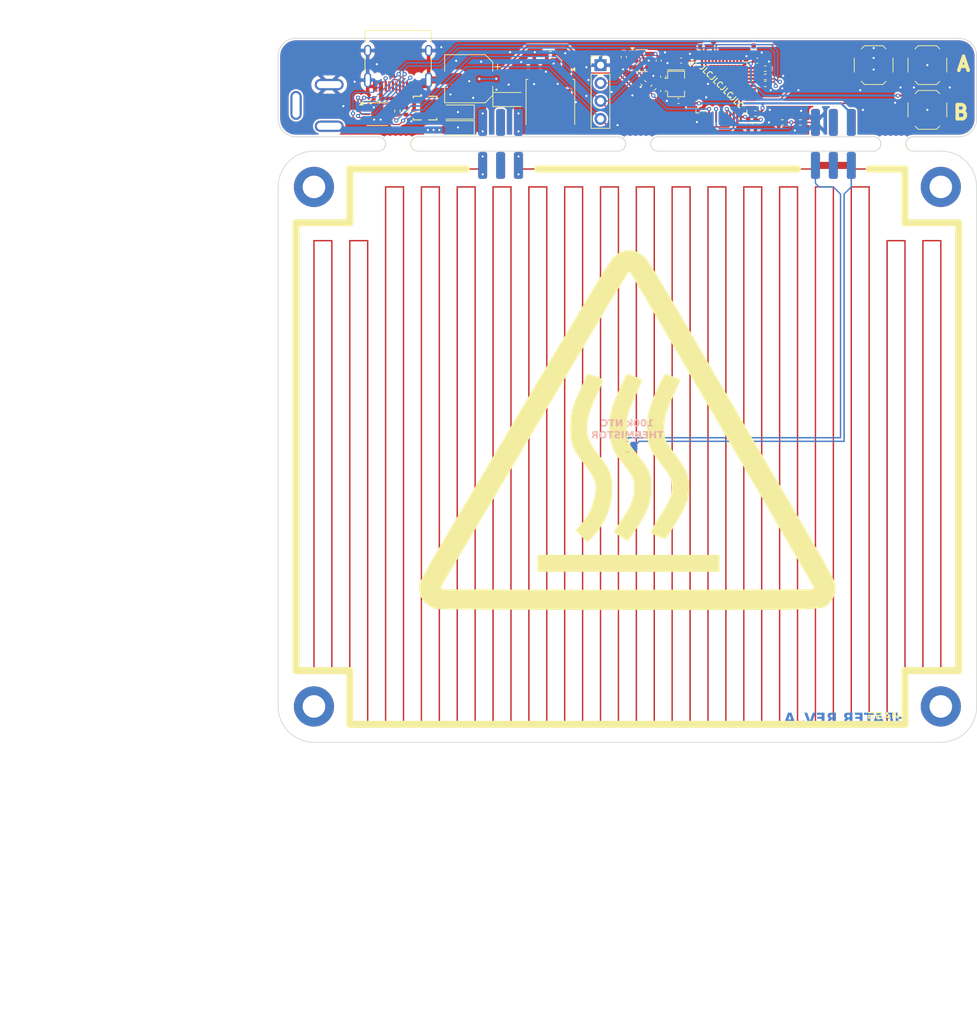
<source format=kicad_pcb>
(kicad_pcb (version 20240108) (generator "pcbnew") (generator_version "8.0")
  (layers (0 "F.Cu" signal) (31 "B.Cu" signal) (34 "B.Paste" user) (35 "F.Paste" user) (36 "B.SilkS" user "B.Silkscreen") (37 "F.SilkS" user "F.Silkscreen") (38 "B.Mask" user) (39 "F.Mask" user) (44 "Edge.Cuts" user))
  (net 0 "")
  (net 1 "+3V3")
  (net 2 "VCCMeasure")
  (net 3 "GND")
  (net 5 "Net-(U3-PA12)")
  (net 6 "Net-(U3-PA11)")
  (net 7 "Net-(J4-Pin_6)")
  (net 8 "Net-(J4-Pin_2)")
  (net 10 "Net-(J2-VBUS-PadA4)")
  (net 11 "Net-(U1-VIN)")
  (net 12 "USB_D+")
  (net 13 "Net-(U3-PB2)")
  (net 14 "USB_D-")
  (net 15 "Net-(U3-NRST)")
  (net 16 "Heater_CTRL")
  (net 18 "BOOT0")
  (net 19 "NTC_Measure")
  (net 20 "VBUS")
  (net 22 "SDA1")
  (net 23 "SCL1")
  (net 24 "Net-(J2-CC2)")
  (net 26 "Net-(J2-CC1)")
  (net 28 "Net-(D2-A)")
  (net 32 "/Heater")
  (net 33 "Net-(D1-A)")
  (net 36 "SWDIO")
  (net 39 "SWCLK")
  (net 41 "Net-(U3-PD0)")
  (net 43 "Net-(U3-PD1)")
  (net 58 "WKUP")
  (net 61 "Net-(MOSFET1-G)")
  (net 62 "Net-(U1-GATE)")
  (net 63 "Net-(D3-A)")
  (net 65 "BTN_B")
  (net 66 "BTN_A")
  (net 67 "HeaterMeasure")
  (net 68 "/HeatMon")
  (footprint "Resistor_SMD:R_0402_1005Metric" (layer "F.Cu") (at 157.607 37.084 90)
    (property "Reference" "R6" (hide yes))
    (property "Value" "10k")
  )
  (footprint "Diode_SMD:D_SOD-123" (layer "F.Cu") (at 115.6208 48.26 180)
    (property "Reference" "D1" (hide yes))
    (property "Value" "SS34")
  )
  (footprint "Resistor_SMD:R_0402_1005Metric" (layer "F.Cu") (at 159.256315 41.043281)
    (property "Reference" "R10" (hide yes))
    (property "Value" "22")
  )
  (footprint "Resistor_SMD:R_0402_1005Metric" (layer "F.Cu") (at 159.258 39.878 180)
    (property "Reference" "R11" (hide yes))
    (property "Value" "R")
  )
  (footprint "Resistor_SMD:R_0402_1005Metric" (layer "F.Cu") (at 164.211 47.498 180)
    (property "Reference" "R14" (hide yes))
    (property "Value" "100k")
  )
  (footprint "Package_TO_SOT_SMD:SOT-23-5" (layer "F.Cu") (at 141.732 38.735)
    (property "Reference" "U2" (hide yes))
    (property "Value" "TLV73333PDBV")
  )
  (footprint "Button_Switch_SMD:SW_Push_1P1T_XKB_TS-1187A" (layer "F.Cu") (at 182.245 39.37 180)
    (property "Reference" "SW3" (hide yes))
    (property "Value" "SW_Push" (hide yes))
  )
  (footprint "Connector_PinHeader_2.54mm:PinHeader_1x04_P2.54mm_Vertical" (layer "F.Cu") (at 135.89 39.38)
    (property "Reference" "J7" (hide yes))
    (property "Value" "Conn_01x04_Pin")
  )
  (footprint "Resistor_SMD:R_0402_1005Metric" (layer "F.Cu") (at 157.861 47.625 90)
    (property "Reference" "R5" (hide yes))
    (property "Value" "10k")
  )
  (footprint "footprints:DFN8_3x3_EP_AOS" (layer "F.Cu") (at 110.998 45.466)
    (property "Reference" "MOSFET1" (hide yes))
    (property "Value" "AONR21307" (hide yes))
  )
  (footprint "MountingHole:MountingHole_3.2mm_M3_ISO7380_Pad" (layer "F.Cu") (at 95.25 130.302)
    (property "Reference" "REF**" (hide yes))
    (property "Value" "MountingHole_3.2mm_M3_ISO7380_Pad" (hide yes))
  )
  (footprint "Resistor_SMD:R_0402_1005Metric" (layer "F.Cu") (at 159.258 42.037)
    (property "Reference" "R9" (hide yes))
    (property "Value" "22")
  )
  (footprint "Diode_SMD:D_SOD-123" (layer "F.Cu") (at 115.6208 46.0248 180)
    (property "Reference" "D2" (hide yes))
    (property "Value" "SS34")
  )
  (footprint "Edge_Connector:02x03" (layer "F.Cu") (at 121.7168 53.594)
    (property "Reference" "J3" (hide yes))
    (property "Value" "Conn_02x03_Odd_Even" (hide yes))
  )
  (footprint "Capacitor_SMD:CP_Elec_6.3x7.7" (layer "F.Cu") (at 117.1956 41.3004 180)
    (property "Reference" "C4" (hide yes))
    (property "Value" "220u")
  )
  (footprint "MountingHole:MountingHole_3.2mm_M3_ISO7380_Pad" (layer "F.Cu") (at 95.25 56.642)
    (property "Reference" "REF**" (hide yes))
    (property "Value" "MountingHole_3.2mm_M3_ISO7380_Pad" (hide yes))
  )
  (footprint "Resistor_SMD:R_0402_1005Metric" (layer "F.Cu") (at 128.778 37.8206 180)
    (property "Reference" "R4" (hide yes))
    (property "Value" "100k")
  )
  (footprint "MountingHole:MountingHole_3.2mm_M3_ISO7380_Pad" (layer "F.Cu") (at 184.15 56.642)
    (property "Reference" "REF**" (hide yes))
    (property "Value" "MountingHole_3.2mm_M3_ISO7380_Pad" (hide yes))
  )
  (footprint "Package_QFP:LQFP-48_7x7mm_P0.5mm" (layer "F.Cu") (at 153.035 42.545)
    (property "Reference" "U3" (hide yes))
    (property "Value" "STM32F103CBTx")
  )
  (footprint "Resistor_SMD:R_0402_1005Metric" (layer "F.Cu") (at 161.671 47.498 180)
    (property "Reference" "R15" (hide yes))
    (property "Value" "11k")
  )
  (footprint "Resistor_SMD:R_0402_1005Metric" (layer "F.Cu") (at 108.3056 45.8724 -90)
    (property "Reference" "R2" (hide yes))
    (property "Value" "100k")
  )
  (footprint "Resistor_SMD:R_0402_1005Metric" (layer "F.Cu") (at 107.0864 45.8724 -90)
    (property "Reference" "R1" (hide yes))
    (property "Value" "10k")
  )
  (footprint "Package_TO_SOT_SMD:TO-252-2" (layer "F.Cu") (at 128.778 44.704 -90)
    (property "Reference" "Q2" (hide yes))
    (property "Value" "Q_NMOS_GDS" (hide yes))
  )
  (footprint "Package_DFN_QFN:DFN-10-1EP_3x3mm_P0.5mm_EP1.7x2.5mm" (layer "F.Cu") (at 104.2416 46.3296)
    (property "Reference" "U1" (hide yes))
    (property "Value" "HUSB238")
  )
  (footprint "Panelization:mouse-bite-2mm-slot" (layer "F.Cu") (at 177.419 50.546)
    (property "Reference" "mouse-bite-2mm-slot" (hide yes))
    (property "Value" "VAL**" (hide yes))
  )
  (footprint "Crystal:Resonator_SMD_Murata_CSTxExxV-3Pin_3.0x1.1mm" (layer "F.Cu") (at 146.6088 42.045086 -90)
    (property "Reference" "Y1" (hide yes))
    (property "Value" "8M")
  )
  (footprint "Diode_SMD:D_SOD-123" (layer "F.Cu") (at 122.9868 44.2468)
    (property "Reference" "D3" (hide yes))
    (property "Value" "D_Zener" (hide yes))
  )
  (footprint "Resistor_SMD:R_0402_1005Metric" (layer "F.Cu") (at 104.2416 44.0944 180)
    (property "Reference" "R3" (hide yes))
    (property "Value" "10r")
  )
  (footprint "Capacitor_SMD:C_0402_1005Metric" (layer "F.Cu") (at 139.192 38.227 -90)
    (property "Reference" "C1" (hide yes))
    (property "Value" "1u")
  )
  (footprint "Button_Switch_SMD:SW_Push_1P1T_XKB_TS-1187A" (layer "F.Cu") (at 182.245 45.72)
    (property "Reference" "SW4" (hide yes))
    (property "Value" "SW_Push" (hide yes))
  )
  (footprint "Capacitor_SMD:C_0402_1005Metric" (layer "F.Cu") (at 146.939 44.45 180)
    (property "Reference" "C7" (hide yes))
    (property "Value" "100n")
  )
  (footprint "EEAN_Customs:EEAN Logo 1.0" (layer "F.Cu") (at 176.022 131.572)
    (property "Reference" "G***" (hide yes))
    (property "Value" "LOGO" (hide yes))
  )
  (footprint "Resistor_SMD:R_0402_1005Metric" (layer "F.Cu") (at 141.986 41.91 -45)
    (property "Reference" "R12" (hide yes))
    (property "Value" "100k")
  )
  (footprint "footprints:DC Barrel" (layer "F.Cu") (at 97.41 45.085 180)
    (property "Reference" "J1" (hide yes))
    (property "Value" "Barrel_Jack_MountingPin" (hide yes))
  )
  (footprint "Edge_Connector:02x03" (layer "F.Cu") (at 168.91 53.594)
    (property "Reference" "J4" (hide yes))
    (property "Value" "Conn_02x03_Odd_Even" (hide yes))
  )
  (footprint "Resistor_SMD:R_0402_1005Metric" (layer "F.Cu") (at 143.383 42.545 45)
    (property "Reference" "R13" (hide yes))
    (property "Value" "11k")
  )
  (footprint "footprints:Warning Hot" (layer "F.Cu") (at 139.7 90.932)
    (property "Reference" "G***" (hide yes))
    (property "Value" "LOGO" (hide yes))
  )
  (footprint "Panelization:mouse-bite-2mm-slot" (layer "F.Cu") (at 141.224 50.546)
    (property "Reference" "mouse-bite-2mm-slot" (hide yes))
    (property "Value" "VAL**" (hide yes))
  )
  (footprint "Button_Switch_SMD:SW_Push_1P1T_XKB_TS-1187A" (layer "F.Cu") (at 174.625 39.37)
    (property "Reference" "SW2" (hide yes))
    (property "Value" "SW_Push" (hide yes))
  )
  (footprint "Capacitor_SMD:C_0402_1005Metric" (layer "F.Cu") (at 144.78 43.053 -90)
    (property "Reference" "C6" (hide yes))
    (property "Value" "10p")
  )
  (footprint "Edge_Connector:02x03" (layer "F.Cu") (at 168.91 47.498 180)
    (property "Reference" "J6" (hide yes))
    (property "Value" "Conn_02x03_Odd_Even" (hide yes))
  )
  (footprint "Capacitor_SMD:C_0402_1005Metric" (layer "F.Cu") (at 150.495 36.83)
    (property "Reference" "C11" (hide yes))
    (property "Value" "100n")
  )
  (footprint "MountingHole:MountingHole_3.2mm_M3_ISO7380_Pad" (layer "F.Cu") (at 184.15 130.302)
    (property "Reference" "REF**" (hide yes))
    (property "Value" "MountingHole_3.2mm_M3_ISO7380_Pad" (hide yes))
  )
  (footprint "Panelization:mouse-bite-2mm-slot" (layer "F.Cu") (at 107.188 50.546)
    (property "Reference" "mouse-bite-2mm-slot" (hide yes))
    (property "Value" "VAL**" (hide yes))
  )
  (footprint "Edge_Connector:02x03" (layer "F.Cu") (at 121.7168 47.498 180)
    (property "Reference" "J5" (hide yes))
    (property "Value" "Conn_02x03_Odd_Even" (hide yes))
  )
  (footprint "Resistor_SMD:R_0402_1005Metric" (layer "F.Cu") (at 157.861 46.228)
    (property "Reference" "R7" (hide yes))
    (property "Value" "100k")
  )
  (footprint "Capacitor_SMD:C_0402_1005Metric" (layer "F.Cu") (at 144.145 38.735 -90)
    (property "Reference" "C2" (hide yes))
    (property "Value" "1u")
  )
  (footprint "Capacitor_SMD:C_0402_1005Metric" (layer "F.Cu") (at 144.78 41.021 90)
    (property "Reference" "C5" (hide yes))
    (property "Value" "10p")
  )
  (footprint "Capacitor_SMD:C_0402_1005Metric" (layer "F.Cu") (at 156.845 47.625 -90)
    (property "Reference" "C8" (hide yes))
    (property "Value" "100n")
  )
  (footprint "Capacitor_SMD:C_0402_1005Metric" (layer "F.Cu") (at 147.32 38.735 180)
    (property "Reference" "C10" (hide yes))
    (property "Value" "100n")
  )
  (footprint "Capacitor_SMD:C_0402_1005Metric" (layer "F.Cu") (at 158.115 38.735)
    (property "Reference" "C9" (hide yes))
    (property "Value" "100n")
  )
  (footprint "Connector_USB:USB_C_Receptacle_HRO_TYPE-C-31-M-12" (layer "F.Cu") (at 107.188 38.354 180)
    (property "Reference" "J2" (hide yes))
    (property "Value" "31-M-12")
  )
  (footprint "Resistor_SMD:R_0805_2012Metric" (layer "B.Cu") (at 139.7 93.472 180)
    (property "Reference" "TH1" (hide yes))
    (property "Value" "Thermistor_NTC")
  )
  (gr_poly (pts (xy 113.9708 46.5232) (xy 112.141 46.5836) (xy 112.141 44.3484) (xy 113.9444 44.3484)) (stroke (width 0.2)) (fill solid) (layer "F.Cu") (net 28))
  (gr_rect (start 117.2464 45.5168) (end 119.2784 48.768) (stroke (width 0.2)) (fill solid) (layer "F.Cu") (net 20))
  (gr_rect (start 123.698 43.7388) (end 128.1684 49.0728) (stroke (width 0.2)) (fill solid) (layer "F.Cu") (net 63))
  (gr_line (start 179.07 125.222) (end 186.69 125.222) (stroke (width 1)) (layer "F.SilkS"))
  (gr_line (start 100.33 54.102) (end 100.33 61.722) (stroke (width 1)) (layer "F.SilkS"))
  (gr_line (start 116.84 54.102) (end 100.33 54.102) (stroke (width 1)) (layer "F.SilkS"))
  (gr_line (start 186.69 61.722) (end 179.07 61.722) (stroke (width 1)) (layer "F.SilkS"))
  (gr_line (start 100.33 125.222) (end 100.33 132.842) (stroke (width 1)) (layer "F.SilkS"))
  (gr_line (start 179.07 54.102) (end 173.99 54.102) (stroke (width 1)) (layer "F.SilkS"))
  (gr_line (start 100.33 132.842) (end 179.07 132.842) (stroke (width 1)) (layer "F.SilkS"))
  (gr_line (start 92.71 125.222) (end 92.71 61.722) (stroke (width 1)) (layer "F.SilkS"))
  (gr_line (start 186.69 61.722) (end 186.69 125.222) (stroke (width 1)) (layer "F.SilkS"))
  (gr_line (start 179.07 132.842) (end 179.07 125.222) (stroke (width 1)) (layer "F.SilkS"))
  (gr_line (start 100.33 61.722) (end 92.71 61.722) (stroke (width 1)) (layer "F.SilkS"))
  (gr_line (start 179.07 61.722) (end 179.07 54.102) (stroke (width 1)) (layer "F.SilkS"))
  (gr_line (start 163.83 54.102) (end 127 54.102) (stroke (width 1)) (layer "F.SilkS"))
  (gr_line (start 92.71 125.222) (end 100.33 125.222) (stroke (width 1)) (layer "F.SilkS"))
  (gr_arc (start 104.394 49.53) (mid 105.41 50.546) (end 104.394 51.562) (stroke (width 0.1)) (layer "Edge.Cuts"))
  (gr_line (start 189.23 130.302) (end 189.23 56.642) (stroke (width 0.1)) (layer "Edge.Cuts"))
  (gr_arc (start 186.69 35.56) (mid 188.486051 36.303949) (end 189.23 38.1) (stroke (width 0.1)) (layer "Edge.Cuts"))
  (gr_line (start 109.982 49.53) (end 138.43 49.53) (stroke (width 0.1)) (layer "Edge.Cuts"))
  (gr_arc (start 174.625 49.53) (mid 175.641 50.546) (end 174.625 51.562) (stroke (width 0.1)) (layer "Edge.Cuts"))
  (gr_line (start 174.625 51.562) (end 144.018 51.562) (stroke (width 0.1)) (layer "Edge.Cuts"))
  (gr_line (start 144.018 49.53) (end 174.625 49.53) (stroke (width 0.1)) (layer "Edge.Cuts"))
  (gr_arc (start 95.25 135.382) (mid 91.657898 133.894102) (end 90.17 130.302) (stroke (width 0.1)) (layer "Edge.Cuts"))
  (gr_line (start 95.25 135.382) (end 184.15 135.382) (stroke (width 0.1)) (layer "Edge.Cuts"))
  (gr_arc (start 144.018 51.562) (mid 143.002 50.546) (end 144.018 49.53) (stroke (width 0.1)) (layer "Edge.Cuts"))
  (gr_line (start 184.15 51.562) (end 180.213 51.562) (stroke (width 0.1)) (layer "Edge.Cuts"))
  (gr_arc (start 90.17 38.1) (mid 90.913949 36.303949) (end 92.71 35.56) (stroke (width 0.1)) (layer "Edge.Cuts"))
  (gr_line (start 92.71 35.56) (end 186.69 35.56) (stroke (width 0.1)) (layer "Edge.Cuts"))
  (gr_arc (start 189.23 46.99) (mid 188.486051 48.786051) (end 186.69 49.53) (stroke (width 0.1)) (layer "Edge.Cuts"))
  (gr_arc (start 180.213 51.562) (mid 179.197 50.546) (end 180.213 49.53) (stroke (width 0.1)) (layer "Edge.Cuts"))
  (gr_line (start 104.394 49.53) (end 92.71 49.53) (stroke (width 0.1)) (layer "Edge.Cuts"))
  (gr_line (start 138.43 51.562) (end 109.982 51.562) (stroke (width 0.1)) (layer "Edge.Cuts"))
  (gr_line (start 90.17 56.642) (end 90.17 130.302) (stroke (width 0.1)) (layer "Edge.Cuts"))
  (gr_arc (start 90.17 56.642) (mid 91.657898 53.049898) (end 95.25 51.562) (stroke (width 0.1)) (layer "Edge.Cuts"))
  (gr_line (start 180.213 49.53) (end 186.69 49.53) (stroke (width 0.1)) (layer "Edge.Cuts"))
  (gr_arc (start 184.15 51.562) (mid 187.742102 53.049898) (end 189.23 56.642) (stroke (width 0.1)) (layer "Edge.Cuts"))
  (gr_arc (start 109.982 51.562) (mid 108.966 50.546) (end 109.982 49.53) (stroke (width 0.1)) (layer "Edge.Cuts"))
  (gr_arc (start 92.71 49.53) (mid 90.913949 48.786051) (end 90.17 46.99) (stroke (width 0.1)) (layer "Edge.Cuts"))
  (gr_line (start 90.17 46.99) (end 90.17 38.1) (stroke (width 0.1)) (layer "Edge.Cuts"))
  (gr_arc (start 138.43 49.53) (mid 139.446 50.546) (end 138.43 51.562) (stroke (width 0.1)) (layer "Edge.Cuts"))
  (gr_line (start 189.23 38.1) (end 189.23 46.99) (stroke (width 0.1)) (layer "Edge.Cuts"))
  (gr_line (start 95.25 51.562) (end 104.394 51.562) (stroke (width 0.1)) (layer "Edge.Cuts"))
  (gr_arc (start 189.23 130.302) (mid 187.742102 133.894102) (end 184.15 135.382) (stroke (width 0.1)) (layer "Edge.Cuts"))
  (gr_text "HEATER REV. A" (at 179.324 132.969 0) (layer "B.Cu") (effects (font (size 1.5 1.5) (thickness 0.3) (bold yes)) (justify left bottom mirror)))
  (gr_text "100k NTC\nTHERMISTOR" (at 139.7 92.456 0) (layer "B.SilkS") (effects (font (size 1 1)) (justify bottom mirror)))
  (gr_text "JLCJLCJLCJLC" (at 149.733 39.751 -45) (layer "F.SilkS") (effects (font (size 0.8 0.8)) (justify left bottom)))
  (gr_text "B" (at 185.674 47.244 0) (layer "F.SilkS") (effects (font (size 2 2) (thickness 0.5) (bold yes)) (justify left bottom)))
  (gr_text "A" (at 186.182 40.386 0) (layer "F.SilkS") (effects (font (size 2 2) (thickness 0.5) (bold yes)) (justify left bottom)))
  (segment (start 157.1975 39.795) (end 158.665 39.795) (width 0.3) (layer "F.Cu") (net 1))
  (segment (start 148.8725 39.0875) (end 148.8725 39.795) (width 0.3) (layer "F.Cu") (net 1))
  (segment (start 179.245 41.245) (end 179.245 43.845) (width 0.25) (layer "F.Cu") (net 1))
  (segment (start 147.447 44.45) (end 147.419 44.45) (width 0.2) (layer "F.Cu") (net 1))
  (segment (start 150.285 37.1) (end 150.285 38.3825) (width 0.3) (layer "F.Cu") (net 1))
  (segment (start 150.285 43.15241) (end 149.64241 43.795) (width 0.3) (layer "F.Cu") (net 1))
  (segment (start 156.845 46.9255) (end 157.351 46.4195) (width 0.3) (layer "F.Cu") (net 1))
  (segment (start 150.285 39.7764) (end 150.285 43.15241) (width 0.3) (layer "F.Cu") (net 1))
  (segment (start 142.8695 37.785) (end 143.675 37.785) (width 0.25) (layer "F.Cu") (net 1))
  (segment (start 144.25 38.15) (end 147.215 38.15) (width 0.25) (layer "F.Cu") (net 1))
  (segment (start 156.845 47.145) (end 156.845 46.9255) (width 0.3) (layer "F.Cu") (net 1))
  (segment (start 178.054 43.688) (end 179.088 43.688) (width 0.3) (layer "F.Cu") (net 1))
  (segment (start 157.351 46.4195) (end 157.351 46.228) (width 0.3) (layer "F.Cu") (net 1))
  (segment (start 179.088 43.688) (end 179.245 43.845) (width 0.3) (layer "F.Cu") (net 1))
  (segment (start 149.64241 43.795) (end 148.8725 43.795) (width 0.3) (layer "F.Cu") (net 1))
  (segment (start 156.4075 46.7075) (end 156.845 47.145) (width 0.3) (layer "F.Cu") (net 1))
  (segment (start 147.8 38.735) (end 148.52 38.735) (width 0.3) (layer "F.Cu") (net 1))
  (segment (start 148.102 43.795) (end 147.447 44.45) (width 0.2) (layer "F.Cu") (net 1))
  (segment (start 150.2664 39.795) (end 150.285 39.7764) (width 0.3) (layer "F.Cu") (net 1))
  (segment (start 150.285 38.3825) (end 149.5775 38.3825) (width 0.3) (layer "F.Cu") (net 1))
  (segment (start 148.8948 39.0652) (end 148.8725 39.0875) (width 0.3) (layer "F.Cu") (net 1))
  (segment (start 157.1975 39.795) (end 157.1975 39.1725) (width 0.3) (layer "F.Cu") (net 1))
  (segment (start 154.65841 43.15241) (end 150.285 43.15241) (width 0.3) (layer "F.Cu") (net 1))
  (segment (start 157.607 38.707) (end 157.635 38.735) (width 0.2) (layer "F.Cu") (net 1))
  (segment (start 157.607 37.594) (end 157.607 38.707) (width 0.2) (layer "F.Cu") (net 1))
  (segment (start 148.8725 39.795) (end 150.2664 39.795) (width 0.3) (layer "F.Cu") (net 1))
  (segment (start 148.8725 43.795) (end 148.102 43.795) (width 0.2) (layer "F.Cu") (net 1))
  (segment (start 155.785 44.279) (end 154.65841 43.15241) (width 0.3) (layer "F.Cu") (net 1))
  (segment (start 147.215 38.15) (end 147.8 38.735) (width 0.25) (layer "F.Cu") (net 1))
  (segment (start 155.785 46.7075) (end 155.785 44.279) (width 0.3) (layer "F.Cu") (net 1))
  (segment (start 158.665 39.795) (end 158.748 39.878) (width 0.3) (layer "F.Cu") (net 1))
  (segment (start 185.245 43.845) (end 179.245 43.845) (width 0.25) (layer "F.Cu") (net 1))
  (segment (start 149.5775 38.3825) (end 148.8948 39.0652) (width 0.3) (layer "F.Cu") (net 1))
  (segment (start 150.285 38.3825) (end 150.285 39.7764) (width 0.3) (layer "F.Cu") (net 1))
  (segment (start 148.52 38.735) (end 148.8725 39.0875) (width 0.3) (layer "F.Cu") (net 1))
  (segment (start 150.015 36.83) (end 150.285 37.1) (width 0.3) (layer "F.Cu") (net 1))
  (segment (start 179.245 41.245) (end 185.245 41.245) (width 0.25) (layer "F.Cu") (net 1))
  (segment (start 157.1975 39.1725) (end 157.635 38.735) (width 0.3) (layer "F.Cu") (net 1))
  (segment (start 155.785 46.7075) (end 156.4075 46.7075) (width 0.3) (layer "F.Cu") (net 1))
  (segment (start 144.145 38.255) (end 144.25 38.15) (width 0.25) (layer "F.Cu") (net 1))
  (segment (start 143.675 37.785) (end 144.145 38.255) (width 0.25) (layer "F.Cu") (net 1))
  (via (at 178.054 43.688) (size 0.6) (drill 0.3) (layers "F.Cu" "B.Cu") (net 1))
  (via (at 143.675 37.785) (size 0.6) (drill 0.3) (layers "F.Cu" "B.Cu") (net 1))
  (via (at 157.1975 39.1725) (size 0.6) (drill 0.3) (layers "F.Cu" "B.Cu") (net 1))
  (via (at 148.8948 39.0652) (size 0.6) (drill 0.3) (layers "F.Cu" "B.Cu") (net 1))
  (via (at 156.4075 46.7075) (size 0.6) (drill 0.3) (layers "F.Cu" "B.Cu") (net 1))
  (segment (start 178.054 43.688) (end 159.131 43.688) (width 0.3) (layer "B.Cu") (net 1))
  (segment (start 138.1914 41.92) (end 142.3264 37.785) (width 0.15) (layer "B.Cu") (net 1))
  (segment (start 157.0902 39.0652) (end 157.1975 39.1725) (width 0.3) (layer "B.Cu") (net 1))
  (segment (start 142.3264 37.785) (end 143.675 37.785) (width 0.15) (layer "B.Cu") (net 1))
  (segment (start 157.1975 41.7545) (end 157.1975 39.1725) (width 0.3) (layer "B.Cu") (net 1))
  (segment (start 135.89 41.92) (end 138.1914 41.92) (width 0.15) (layer "B.Cu") (net 1))
  (segment (start 148.8948 39.0652) (end 157.0902 39.0652) (width 0.3) (layer "B.Cu") (net 1))
  (segment (start 159.131 43.688) (end 157.1975 41.7545) (width 0.3) (layer "B.Cu") (net 1))
  (segment (start 143.022376 42.905624) (end 143.022376 43.327376) (width 0.2) (layer "F.Cu") (net 2))
  (segment (start 142.387376 42.270624) (end 143.022376 42.905624) (width 0.2) (layer "F.Cu") (net 2))
  (segment (start 143.022376 43.327376) (end 143.383 43.688) (width 0.2) (layer "F.Cu") (net 2))
  (segment (start 151.284728 45.593) (end 151.285 45.593272) (width 0.2) (layer "F.Cu") (net 2))
  (segment (start 142.346624 42.270624) (end 142.387376 42.270624) (width 0.2) (layer "F.Cu") (net 2))
  (segment (start 151.285 45.593272) (end 151.285 46.7075) (width 0.2) (layer "F.Cu") (net 2))
  (via (at 143.383 43.688) (size 0.6) (drill 0.3) (layers "F.Cu" "B.Cu") (net 2))
  (via (at 151.284728 45.593) (size 0.6) (drill 0.3) (layers "F.Cu" "B.Cu") (net 2))
  (segment (start 145.288 45.593) (end 151.284728 45.593) (width 0.2) (layer "B.Cu") (net 2))
  (segment (start 143.383 43.688) (end 145.288 45.593) (width 0.2) (layer "B.Cu") (net 2))
  (segment (start 144.78 42.573) (end 144.752 42.573) (width 0.35) (layer "F.Cu") (net 3))
  (segment (start 144.788086 42.045086) (end 144.78 42.037) (width 0.35) (layer "F.Cu") (net 3))
  (segment (start 144.78 41.501) (end 144.625 41.501) (width 0.35) (layer "F.Cu") (net 3))
  (segment (start 148.8725 43.295) (end 148.04367 43.295) (width 0.15) (layer "F.Cu") (net 3))
  (segment (start 155.285 44.922) (end 155.285 46.7075) (width 0.25) (layer "F.Cu") (net 3))
  (segment (start 157.1975 40.295) (end 155.865 40.295) (width 0.3) (layer "F.Cu") (net 3))
  (segment (start 143.743624 42.184376) (end 143.891 42.037) (width 0.35) (layer "F.Cu") (net 3))
  (segment (start 144.625 41.501) (end 143.891 40.767) (width 0.35) (layer "F.Cu") (net 3))
  (segment (start 111.508 41.484) (end 114.312 41.484) (width 1) (layer "F.Cu") (net 3))
  (segment (start 148.04367 43.295) (end 147.52367 43.815) (width 0.15) (layer "F.Cu") (net 3))
  (segment (start 114.312 41.484) (end 114.4956 41.3004) (width 1) (layer "F.Cu") (net 3))
  (segment (start 147.52367 43.815) (end 147.094 43.815) (width 0.15) (layer "F.Cu") (net 3))
  (segment (start 144.78 42.037) (end 144.78 41.501) (width 0.35) (layer "F.Cu") (net 3))
  (segment (start 111.508 42.1112) (end 111.508 41.484) (width 0.5) (layer "F.Cu") (net 3))
  (segment (start 150.785 38.3825) (end 150.785 37.02) (width 0.3) (layer "F.Cu") (net 3))
  (segment (start 144.78 42.573) (end 144.78 42.037) (width 0.35) (layer "F.Cu") (net 3))
  (segment (start 155.801 48.105) (end 156.845 48.105) (width 0.25) (layer "F.Cu") (net 3))
  (segment (start 146.6088 42.045086) (end 144.788086 42.045086) (width 0.35) (layer "F.Cu") (net 3))
  (segment (start 154.305 43.942) (end 155.285 44.922) (width 0.25) (layer "F.Cu") (net 3))
  (segment (start 155.285 47.589) (end 155.801 48.105) (width 0.25) (layer "F.Cu") (net 3))
  (segment (start 147.094 43.815) (end 146.459 44.45) (width 0.15) (layer "F.Cu") (net 3))
  (segment (start 150.785 37.02) (end 150.975 36.83) (width 0.3) (layer "F.Cu") (net 3))
  (segment (start 143.743624 42.184376) (end 143.743624 43.032624) (width 0.35) (layer "F.Cu") (net 3))
  (segment (start 111.2202 42.399) (end 111.508 42.1112) (width 0.5) (layer "F.Cu") (net 3))
  (segment (start 155.285 46.7075) (end 155.285 47.589) (width 0.25) (layer "F.Cu") (net 3))
  (segment (start 144.752 42.573) (end 144.018 43.307) (width 0.35) (layer "F.Cu") (net 3))
  (segment (start 110.438 42.399) (end 111.2202 42.399) (width 0.5) (layer "F.Cu") (net 3))
  (segment (start 143.743624 43.032624) (end 144.018 43.307) (width 0.35) (layer "F.Cu") (net 3))
  (segment (start 143.891 42.037) (end 144.78 42.037) (width 0.35) (layer "F.Cu") (net 3))
  (via (at 174.625 40.005) (size 0.6) (drill 0.3) (layers "F.Cu" "B.Cu") (net 3))
  (via (at 128.143 40.3098) (size 0.6) (drill 0.3) (layers "F.Cu" "B.Cu") (net 3))
  (via (at 114.6048 43.5356) (size 0.6) (drill 0.3) (layers "F.Cu" "B.Cu") (net 3))
  (via (at 151.13 42.037) (size 0.6) (drill 0.3) (layers "F.Cu" "B.Cu") (net 3))
  (via (at 182.245 45.72) (size 0.6) (drill 0.3) (layers "F.Cu" "B.Cu") (net 3))
  (via (at 141.5796 42.4688) (size 0.6) (drill 0.3) (layers "F.Cu" "B.Cu") (net 3))
  (via (at 173.101 45.72) (size 0.6) (drill 0.3) (layers "F.Cu" "B.Cu") (net 3))
  (via (at 104.1654 39.243) (size 0.6) (drill 0.3) (layers "F.Cu" "B.Cu") (net 3))
  (via (at 172.72 42.926) (size 0.6) (drill 0.3) (layers "F.Cu" "B.Cu") (net 3))
  (via (at 159.766 38.862) (size 0.6) (drill 0.3) (layers "F.Cu" "B.Cu") (net 3))
  (via (at 137.4648 43.18) (size 0.6) (drill 0.3) (layers "F.Cu" "B.Cu") (net 3))
  (via (at 115.6716 46.0248) (size 0.6) (drill 0.3) (layers "F.Cu" "B.Cu") (net 3))
  (via (at 109.0676 47.3456) (size 0.6) (drill 0.3) (layers "F.Cu" "B.Cu") (net 3))
  (via (at 150.876 43.942) (size 0.6) (drill 0.3) (layers "F.Cu" "B.Cu") (net 3))
  (via (at 159.893 45.72) (size 0.6) (drill 0.3) (layers "F.Cu" "B.Cu") (net 3))
  (via (at 138.303 47.879) (size 0.6) (drill 0.3) (layers "F.Cu" "B.Cu") (net 3))
  (via (at 148.5646 37.7698) (size 0.6) (drill 0.3) (layers "F.Cu" "B.Cu") (net 3))
  (via (at 161.798 40.894) (size 0.6) (drill 0.3) (layers "F.Cu" "B.Cu") (net 3))
  (via (at 163.957 42.926) (size 0.6) (drill 0.3) (layers "F.Cu" "B.Cu") (net 3))
  (via (at 145.288 44.45) (size 0.6) (drill 0.3) (layers "F.Cu" "B.Cu") (net 3))
  (via (at 164.338 45.847) (size 0.6) (drill 0.3) (layers "F.Cu" "B.Cu") (net 3))
  (via (at 129.8194 42.037) (size 0.6) (drill 0.3) (layers "F.Cu" "B.Cu") (net 3))
  (via (at 103.7336 45.3644) (size 0.6) (drill 0.3) (layers "F.Cu" "B.Cu") (net 3))
  (via (at 126.4666 42.0624) (size 0.6) (drill 0.3) (layers "F.Cu" "B.Cu") (net 3))
  (via (at 117.2718 41.656) (size 0.6) (drill 0.3) (layers "F.Cu" "B.Cu") (net 3))
  (via (at 182.245 39.37) (size 0.6) (drill 0.3) (layers "F.Cu" "B.Cu") (net 3))
  (via (at 174.625 36.957) (size 0.6) (drill 0.3) (layers "F.Cu" "B.Cu") (net 3))
  (via (at 140.4112 43.6626) (size 0.6) (drill 0.3) (layers "F.Cu" "B.Cu") (net 3))
  (via (at 139.0904 39.9796) (size 0.6) (drill 0.3) (layers "F.Cu" "B.Cu") (net 3))
  (via (at 110.4646 43.6626) (size 0.6) (drill 0.3) (layers "F.Cu" "B.Cu") (net 3))
  (via (at 99.4156 45.1866) (size 0.6) (drill 0.3) (layers "F.Cu" "B.Cu") (net 3))
  (via (at 158.75 37.592) (size 0.6) (drill 0.3) (layers "F.Cu" "B.Cu") (net 3))
  (via (at 161.671 42.672) (size 0.6) (drill 0.3) (layers "F.Cu" "B.Cu") (net 3))
  (via (at 132.3848 44.6278) (size 0.6) (drill 0.3) (layers "F.Cu" "B.Cu") (net 3))
  (via (at 115.4176 38.7604) (size 0.6) (drill 0.3) (layers "F.Cu" "B.Cu") (net 3))
  (via (at 103.7844 47.0916) (size 0.6) (drill 0.3) (layers "F.Cu" "B.Cu") (net 3))
  (via (at 117.8306 44.0182) (size 0.6) (drill 0.3) (layers "F.Cu" "B.Cu") (net 3))
  (via (at 185.42 42.545) (size 0.6) (drill 0.3) (layers "F.Cu" "B.Cu") (net 3))
  (via (at 130.8862 37.6936) (size 0.6) (drill 0.3) (layers "F.Cu" "B.Cu") (net 3))
  (via (at 104.6988 47.0916) (size 0.6) (drill 0.3) (layers "F.Cu" "B.Cu") (net 3))
  (via (at 118.9482 38.8874) (size 0.6) (drill 0.3) (layers "F.Cu" "B.Cu") (net 3))
  (via (at 180.34 42.545) (size 0.6) (drill 0.3) (layers "F.Cu" "B.Cu") (net 3))
  (via (at 145.034 37.5666) (size 0.6) (drill 0.3) (layers "F.Cu" "B.Cu") (net 3))
  (via (at 142.7226 38.735) (size 0.6) (drill 0.3) (layers "F.Cu" "B.Cu") (net 3))
  (via (at 126.5682 37.5412) (size 0.6) (drill 0.3) (layers "F.Cu" "B.Cu") (net 3))
  (via (at 143.383 40.894) (size 0.6) (drill 0.3) (layers "F.Cu" "B.Cu") (net 3))
  (via (at 177.673 44.704) (size 0.6) (drill 0.3) (layers "F.Cu" "B.Cu") (net 3))
  (via (at 156.591 38.1) (size 0.6) (drill 0.3) (layers "F.Cu" "B.Cu") (net 3))
  (via (at 178.435 42.545) (size 0.6) (drill 0.3) (layers "F.Cu" "B.Cu") (net 3))
  (via (at 134.1882 41.4782) (size 0.6) (drill 0.3) (layers "F.Cu" "B.Cu") (net 3))
  (via (at 121.1326 42.8498) (size 0.6) (drill 0.3) (layers "F.Cu" "B.Cu") (net 3))
  (via (at 123.063 37.5412) (size 0.6) (drill 0.3) (layers "F.Cu" "B.Cu") (net 3))
  (via (at 133.8834 39.6748) (size 0.6) (drill 0.3) (layers "F.Cu" "B.Cu") (net 3))
  (via (at 133.8834 43.7388) (size 0.6) (drill 0.3) (layers "F.Cu" "B.Cu") (net 3))
  (via (at 159.766 47.498) (size 0.6) (drill 0.3) (layers "F.Cu" "B.Cu") (net 3))
  (via (at 122.8598 42.1386) (size 0.6) (drill 0.3) (layers "F.Cu" "B.Cu") (net 3))
  (via (at 124.6378 38.9382) (size 0.6) (drill 0.3) (layers "F.Cu" "B.Cu") (net 3))
  (via (at 113.3094 36.83) (size 0.6) (drill 0.3) (layers "F.Cu" "B.Cu") (net 3))
  (via (at 174.625 38.354) (size 0.6) (drill 0.3) (layers "F.Cu" "B.Cu") (net 3))
  (via (at 154.305 43.942) (size 0.6) (drill 0.3) (layers "F.Cu" "B.Cu") (net 3))
  (via (at 101.0158 41.7322) (size 0.6) (drill 0.3) (layers "F.Cu" "B.Cu") (net 3))
  (via (at 160.02 42.926) (size 0.6) (drill 0.3) (layers "F.Cu" "B.Cu") (net 3))
  (via (at 149.557098 47.444632) (size 0.6) (drill 0.3) (layers "F.Cu" "B.Cu") (net 3))
  (via (at 115.6716 48.2092) (size 0.6) (drill 0.3) (layers "F.Cu" "B.Cu") (net 3))
  (via (at 145.3896 39.0906) (size 0.6) (drill 0.3) (layers "F.Cu" "B.Cu") (net 3))
  (via (at 163.449 48.641) (size 0.6) (drill 0.3) (layers "F.Cu" "B.Cu") (net 3))
  (via (at 129.2352 39.1414) (size 0.6) (drill 0.3) (layers "F.Cu" "B.Cu") (net 3))
  (segment (start 111.508 41.484) (end 111.508 41.7048) (width 0.5) (layer "B.Cu") (net 3))
  (segment (start 111.252 41.9608) (end 109.8296 41.9608) (width 0.5) (layer "B.Cu") (net 3))
  (segment (start 111.508 41.7048) (end 111.252 41.9608) (width 0.5) (layer "B.Cu") (net 3))
  (segment (start 157.1975 41.295) (end 158.494596 41.295) (width 0.15) (layer "F.Cu") (net 5))
  (segment (start 158.494596 41.295) (end 158.746315 41.043281) (width 0.15) (layer "F.Cu") (net 5))
  (segment (start 157.1975 41.795) (end 158.506 41.795) (width 0.15) (layer "F.Cu") (net 6))
  (segment (start 158.506 41.795) (end 158.748 42.037) (width 0.15) (layer "F.Cu") (net 6))
  (segment (start 170.434 57.658) (end 170.434 92.71) (width 0.2) (layer "B.Cu") (net 7))
  (segment (start 170.434 92.71) (end 141.3745 92.71) (width 0.2) (layer "B.Cu") (net 7))
  (segment (start 141.3745 92.71) (end 140.6125 93.472) (width 0.2) (layer "B.Cu") (net 7))
  (segment (start 171.45 56.642) (end 170.434 57.658) (width 0.2) (layer "B.Cu") (net 7))
  (segment (start 171.45 53.594) (end 171.45 56.642) (width 0.2) (layer "B.Cu") (net 7))
  (segment (start 166.878 56.642) (end 168.91 56.642) (width 0.2) (layer "B.Cu") (net 8))
  (segment (start 168.91 56.642) (end 169.926 57.658) (width 0.2) (layer "B.Cu") (net 8))
  (segment (start 169.926 92.202) (end 139.87875 92.202) (width 0.2) (layer "B.Cu") (net 8))
  (segment (start 139.87875 92.202) (end 138.7875 93.29325) (width 0.2) (layer "B.Cu") (net 8))
  (segment (start 169.926 57.658) (end 169.926 92.202) (width 0.2) (layer "B.Cu") (net 8))
  (segment (start 166.37 53.594) (end 166.37 56.134) (width 0.2) (layer "B.Cu") (net 8))
  (segment (start 166.37 56.134) (end 166.878 56.642) (width 0.2) (layer "B.Cu") (net 8))
  (segment (start 138.7875 93.29325) (end 138.7875 93.472) (width 0.2) (layer "B.Cu") (net 8))
  (segment (start 108.3056 44.491001) (end 109.4486 44.491001) (width 0.5) (layer "F.Cu") (net 10))
  (segment (start 104.7516 42.4126) (end 104.7516 44.0944) (width 0.5) (layer "F.Cu") (net 10))
  (segment (start 109.638 42.399) (end 109.638 44.301601) (width 0.5) (layer "F.Cu") (net 10))
  (segment (start 108.3056 44.491001) (end 107.908999 44.0944) (width 0.5) (layer "F.Cu") (net 10))
  (segment (start 109.638 44.301601) (end 109.4486 44.491001) (width 0.5) (layer "F.Cu") (net 10))
  (segment (start 109.4486 44.491001) (end 109.4486 45.72) (width 0.5) (layer "F.Cu") (net 10))
  (segment (start 107.908999 44.0944) (end 104.7516 44.0944) (width 0.5) (layer "F.Cu") (net 10))
  (segment (start 104.738 42.399) (end 104.7516 42.4126) (width 0.5) (layer "F.Cu") (net 10))
  (segment (start 108.3056 45.3624) (end 108.3056 44.491001) (width 0.2) (layer "F.Cu") (net 10))
  (segment (start 102.7791 45.3296) (end 102.7791 45.0469) (width 0.2) (layer "F.Cu") (net 11))
  (segment (start 102.7791 45.0469) (end 103.7316 44.0944) (width 0.2) (layer "F.Cu") (net 11))
  (segment (start 107.438 42.399) (end 107.438 41.311499) (width 0.15) (layer "F.Cu") (net 12))
  (segment (start 106.513 41.449) (end 107.363 41.449) (width 0.15) (layer "F.Cu") (net 12))
  (segment (start 161.336521 41.736479) (end 161.053678 41.736479) (width 0.2) (layer "F.Cu") (net 12))
  (segment (start 102.7791 45.8296) (end 102.754101 45.854599) (width 0.2) (layer "F.Cu") (net 12))
  (segment (start 107.438 41.524) (end 107.438 42.399) (width 0.15) (layer "F.Cu") (net 12))
  (segment (start 102.7791 45.8296) (end 102.3192 45.8296) (width 0.2) (layer "F.Cu") (net 12))
  (segment (start 161.053678 41.736479) (end 160.633181 41.315982) (width 0.2) (layer "F.Cu") (net 12))
  (segment (start 106.438 41.524) (end 106.513 41.449) (width 0.15) (layer "F.Cu") (net 12))
  (segment (start 101.9556 44.3992) (end 102.362 43.9928) (width 0.2) (layer "F.Cu") (net 12))
  (segment (start 107.438 41.311499) (end 107.488 41.261499) (width 0.15) (layer "F.Cu") (net 12))
  (segment (start 160.039016 41.315982) (end 159.766315 41.043281) (width 0.2) (layer "F.Cu") (net 12))
  (segment (start 101.9556 45.466) (end 101.9556 44.3992) (width 0.2) (layer "F.Cu") (net 12))
  (segment (start 106.438 42.399) (end 106.438 41.524) (width 0.15) (layer "F.Cu") (net 12))
  (segment (start 102.3192 45.8296) (end 101.9556 45.466) (width 0.2) (layer "F.Cu") (net 12))
  (segment (start 107.363 41.449) (end 107.438 41.524) (width 0.15) (layer "F.Cu") (net 12))
  (segment (start 160.633181 41.315982) (end 160.039016 41.315982) (width 0.2) (layer "F.Cu") (net 12))
  (segment (start 107.488 41.261499) (end 107.488 40.873914) (width 0.15) (layer "F.Cu") (net 12))
  (segment (start 159.766315 41.043281) (end 159.766315 39.879685) (width 0.15) (layer "F.Cu") (net 12))
  (segment (start 159.766315 39.879685) (end 159.768 39.878) (width 0.15) (layer "F.Cu") (net 12))
  (segment (start 107.488 40.873914) (end 107.263 40.648914) (width 0.15) (layer "F.Cu") (net 12))
  (via (at 107.263 40.648914) (size 0.6) (drill 0.3) (layers "F.Cu" "B.Cu") (net 12))
  (via (at 161.336521 41.736479) (size 0.6) (drill 0.3) (layers "F.Cu" "B.Cu") (net 12))
  (via (at 102.362 43.9928) (size 0.6) (drill 0.3) (layers "F.Cu" "B.Cu") (net 12))
  (segment (start 160.1132 36.478) (end 161.007 37.3718) (width 0.2) (layer "B.Cu") (net 12))
  (segment (start 112.9876 39.0434) (end 115.553 36.478) (width 0.2) (layer "B.Cu") (net 12))
  (segment (start 115.553 36.478) (end 160.1132 36.478) (width 0.2) (layer "B.Cu") (net 12))
  (segment (start 102.362 43.9928) (end 103.919114 43.9928) (width 0.2) (layer "B.Cu") (net 12))
  (segment (start 161.053678 41.736479) (end 161.336521 41.736479) (width 0.2) (layer "B.Cu") (net 12))
  (segment (start 103.919114 43.9928) (end 107.263 40.648914) (width 0.2) (layer "B.Cu") (net 12))
  (segment (start 161.007 37.3718) (end 161.007 41.689801) (width 0.2) (layer "B.Cu") (net 12))
  (segment (start 161.007 41.689801) (end 161.053678 41.736479) (width 0.2) (layer "B.Cu") (net 12))
  (segment (start 107.263 40.648914) (end 107.462999 40.448915) (width 0.2) (layer "B.Cu") (net 12))
  (segment (start 108.4156 39.0434) (end 112.9876 39.0434) (width 0.2) (layer "B.Cu") (net 12))
  (segment (start 107.462999 39.996001) (end 108.4156 39.0434) (width 0.2) (layer "B.Cu") (net 12))
  (segment (start 107.462999 40.448915) (end 107.462999 39.996001) (width 0.2) (layer "B.Cu") (net 12))
  (segment (start 107.263 40.862517) (end 107.263 40.648914) (width 0.2) (layer "B.Cu") (net 12))
  (segment (start 157.863 47.117) (end 157.861 47.115) (width 0.25) (layer "F.Cu") (net 13))
  (segment (start 158.623 47.117) (end 157.863 47.117) (width 0.25) (layer "F.Cu") (net 13))
  (segment (start 153.785 45.593) (end 153.785 46.7075) (width 0.25) (layer "F.Cu") (net 13))
  (via (at 158.623 47.117) (size 0.6) (drill 0.3) (layers "F.Cu" "B.Cu") (net 13))
  (via (at 153.785 45.593) (size 0.6) (drill 0.3) (layers "F.Cu" "B.Cu") (net 13))
  (segment (start 158.4575 47.2825) (end 158.623 47.117) (width 0.25) (layer "B.Cu") (net 13))
  (segment (start 155.4745 47.2825) (end 158.4575 47.2825) (width 0.25) (layer "B.Cu") (net 13))
  (segment (start 153.785 45.593) (end 155.4745 47.2825) (width 0.25) (layer "B.Cu") (net 13))
  (segment (start 101.4984 45.7708) (end 101.4984 43.9928) (width 0.2) (layer "F.Cu") (net 14))
  (segment (start 106.938 42.399) (end 106.938 43.274) (width 0.15) (layer "F.Cu") (net 14))
  (segment (start 102.7791 46.3296) (end 102.0572 46.3296) (width 0.2) (layer "F.Cu") (net 14))
  (segment (start 107.938 43.274) (end 107.938 42.399) (width 0.15) (layer "F.Cu") (net 14))
  (segment (start 107.888 40.873914) (end 108.113 40.648914) (width 0.15) (layer "F.Cu") (net 14))
  (segment (start 107.863 43.349) (end 107.938 43.274) (width 0.15) (layer "F.Cu") (net 14))
  (segment (start 107.938 42.399) (end 107.938 41.311499) (width 0.15) (layer "F.Cu") (net 14))
  (segment (start 160.735479 42.054678) (end 160.446785 41.765984) (width 0.2) (layer "F.Cu") (net 14))
  (segment (start 107.013 43.349) (end 107.863 43.349) (width 0.15) (layer "F.Cu") (net 14))
  (segment (start 102.7791 46.3296) (end 102.754101 46.304601) (width 0.2) (layer "F.Cu") (net 14))
  (segment (start 160.446785 41.765984) (end 160.039016 41.765984) (width 0.2) (layer "F.Cu") (net 14))
  (segment (start 101.7524 46.0248) (end 101.4984 45.7708) (width 0.2) (layer "F.Cu") (net 14))
  (segment (start 160.039016 41.765984) (end 159.768 42.037) (width 0.2) (layer "F.Cu") (net 14))
  (segment (start 102.0572 46.3296) (end 101.7524 46.0248) (width 0.2) (layer "F.Cu") (net 14))
  (segment (start 107.888 41.261499) (end 107.888 40.873914) (width 0.15) (layer "F.Cu") (net 14))
  (segment (start 106.938 43.274) (end 107.013 43.349) (width 0.15) (layer "F.Cu") (net 14))
  (segment (start 160.735479 42.337521) (end 160.735479 42.054678) (width 0.2) (layer "F.Cu") (net 14))
  (segment (start 107.938 41.311499) (end 107.888 41.261499) (width 0.15) (layer "F.Cu") (net 14))
  (via (at 101.4984 43.9928) (size 0.6) (drill 0.3) (layers "F.Cu" "B.Cu") (net 14))
  (via (at 108.113 40.648914) (size 0.6) (drill 0.3) (layers "F.Cu" "B.Cu") (net 14))
  (via (at 160.735479 42.337521) (size 0.6) (drill 0.3) (layers "F.Cu" "B.Cu") (net 14))
  (segment (start 108.113 40.648914) (end 107.913001 40.448915) (width 0.2) (layer "B.Cu") (net 14))
  (segment (start 108.113 40.7818) (end 108.113 40.648914) (width 0.2) (layer "B.Cu") (net 14))
  (segment (start 107.913001 40.182399) (end 108.602 39.4934) (width 0.2) (layer "B.Cu") (net 14))
  (segment (start 102.0572 44.5516) (end 104.210314 44.5516) (width 0.2) (layer "B.Cu") (net 14))
  (segment (start 113.174 39.4934) (end 115.7394 36.928) (width 0.2) (layer "B.Cu") (net 14))
  (segment (start 115.7394 36.928) (end 159.9268 36.928) (width 0.2) (layer "B.Cu") (net 14))
  (segment (start 160.735479 42.054678) (end 160.735479 42.337521) (width 0.2) (layer "B.Cu") (net 14))
  (segment (start 160.557 41.876199) (end 160.735479 42.054678) (width 0.2) (layer "B.Cu") (net 14))
  (segment (start 101.4984 43.9928) (end 102.0572 44.5516) (width 0.2) (layer "B.Cu") (net 14))
  (segment (start 108.602 39.4934) (end 113.174 39.4934) (width 0.2) (layer "B.Cu") (net 14))
  (segment (start 107.913001 40.448915) (end 107.913001 40.182399) (width 0.2) (layer "B.Cu") (net 14))
  (segment (start 160.557 37.5582) (end 160.557 41.876199) (width 0.2) (layer "B.Cu") (net 14))
  (segment (start 159.9268 36.928) (end 160.557 37.5582) (width 0.2) (layer "B.Cu") (net 14))
  (segment (start 104.210314 44.5516) (end 108.113 40.648914) (width 0.2) (layer "B.Cu") (net 14))
  (segment (start 131.058 39.1608) (end 131.058 39.664) (width 0.25) (layer "F.Cu") (net 16))
  (segment (start 129.288 37.8206) (end 129.7178 37.8206) (width 0.25) (layer "F.Cu") (net 16))
  (segment (start 129.7178 37.8206) (end 131.058 39.1608) (width 0.25) (layer "F.Cu") (net 16))
  (segment (start 132.7296 39.664) (end 133.604 40.5384) (width 0.25) (layer "F.Cu") (net 16))
  (segment (start 131.058 39.664) (end 132.7296 39.664) (width 0.25) (layer "F.Cu") (net 16))
  (segment (start 144.6022 46.736) (end 150.2565 46.736) (width 0.25) (layer "F.Cu") (net 16))
  (segment (start 133.604 40.5384) (end 138.4046 40.5384) (width 0.25) (layer "F.Cu") (net 16))
  (segment (start 150.2565 46.736) (end 150.285 46.7075) (width 0.25) (layer "F.Cu") (net 16))
  (segment (start 138.4046 40.5384) (end 144.6022 46.736) (width 0.25) (layer "F.Cu") (net 16))
  (segment (start 167.3352 36.449) (end 152.5016 36.449) (width 0.15) (layer "F.Cu") (net 18))
  (segment (start 152.5016 36.449) (end 152.285 36.6656) (width 0.15) (layer "F.Cu") (net 18))
  (segment (start 168.3812 37.495) (end 167.3352 36.449) (width 0.15) (layer "F.Cu") (net 18))
  (segment (start 152.285 36.6656) (end 152.285 38.3825) (width 0.15) (layer "F.Cu") (net 18))
  (segment (start 171.625 37.495) (end 168.3812 37.495) (width 0.15) (layer "F.Cu") (net 18))
  (segment (start 177.625 37.495) (end 171.625 37.495) (width 0.15) (layer "F.Cu") (net 18))
  (segment (start 158.877 45.466) (end 158.877 45.722) (width 0.3) (layer "F.Cu") (net 19))
  (segment (start 158.877 45.722) (end 158.371 46.228) (width 0.3) (layer "F.Cu") (net 19))
  (segment (start 149.86 44.795) (end 148.8725 44.795) (width 0.3) (layer "F.Cu") (net 19))
  (via (at 149.86 44.795) (size 0.6) (drill 0.3) (layers "F.Cu" "B.Cu") (net 19))
  (via (at 158.877 45.466) (size 0.6) (drill 0.3) (layers "F.Cu" "B.Cu") (net 19))
  (segment (start 171.45 46.228) (end 171.45 47.498) (width 0.3) (layer "B.Cu") (net 19))
  (segment (start 170.017 44.795) (end 171.45 46.228) (width 0.3) (layer "B.Cu") (net 19))
  (segment (start 149.86 44.795) (end 158.877 44.795) (width 0.3) (layer "B.Cu") (net 19))
  (segment (start 158.877 44.795) (end 158.877 45.466) (width 0.3) (layer "B.Cu") (net 19))
  (segment (start 158.877 44.795) (end 170.017 44.795) (width 0.3) (layer "B.Cu") (net 19))
  (segment (start 139.192 37.747) (end 132.2858 37.747) (width 0.25) (layer "F.Cu") (net 20))
  (segment (start 119.1768 42.0192) (end 119.8956 41.3004) (width 1) (layer "F.Cu") (net 20))
  (segment (start 119.1768 47.498) (end 119.1768 44.1452) (width 1) (layer "F.Cu") (net 20))
  (segment (start 120.8532 41.3004) (end 119.8956 41.3004) (width 0.25) (layer "F.Cu") (net 20))
  (segment (start 125.476 36.6776) (end 120.8532 41.3004) (width 0.25) (layer "F.Cu") (net 20))
  (segment (start 119.1768 47.498) (end 117.3216 47.498) (width 1) (layer "F.Cu") (net 20))
  (segment (start 117.3216 47.498) (end 117.2708 47.4472) (width 1) (layer "F.Cu") (net 20))
  (segment (start 131.2164 36.6776) (end 125.476 36.6776) (width 0.25) (layer "F.Cu") (net 20))
  (segment (start 140.8836 39.685) (end 141.507 39.0616) (width 0.2) (layer "F.Cu") (net 20))
  (segment (start 117.2708 47.4472) (end 117.2708 48.26) (width 1) (layer "F.Cu") (net 20))
  (segment (start 117.2708 46.0248) (end 117.2708 47.4472) (width 1) (layer "F.Cu") (net 20))
  (segment (start 119.2784 44.2468) (end 119.1768 44.1452) (width 1) (layer "F.Cu") (net 20))
  (segment (start 141.507 39.0616) (end 141.507 38.415158) (width 0.2) (layer "F.Cu") (net 20))
  (segment (start 121.3368 44.2468) (end 119.2784 44.2468) (width 1) (layer "F.Cu") (net 20))
  (segment (start 132.2858 37.747) (end 131.2164 36.6776) (width 0.25) (layer "F.Cu") (net 20))
  (segment (start 140.5945 39.685) (end 141.625376 40.715876) (width 0.2) (layer "F.Cu") (net 20))
  (segment (start 119.1768 44.1452) (end 119.1768 42.0192) (width 1) (layer "F.Cu") (net 20))
  (segment (start 140.5945 39.685) (end 140.8836 39.685) (width 0.2) (layer "F.Cu") (net 20))
  (segment (start 141.625376 40.715876) (end 141.625376 41.549376) (width 0.2) (layer "F.Cu") (net 20))
  (segment (start 139.192 37.747) (end 140.5565 37.747) (width 0.25) (layer "F.Cu") (net 20))
  (segment (start 141.507 38.415158) (end 140.876842 37.785) (width 0.2) (layer "F.Cu") (net 20))
  (segment (start 140.876842 37.785) (end 140.5945 37.785) (width 0.2) (layer "F.Cu") (net 20))
  (segment (start 140.5565 37.747) (end 140.5945 37.785) (width 0.25) (layer "F.Cu") (net 20))
  (via (at 121.1072 41.3004) (size 0.6) (drill 0.3) (layers "F.Cu" "B.Cu") (net 20))
  (via (at 119.1768 48.768) (size 0.6) (drill 0.3) (layers "F.Cu" "B.Cu") (net 20))
  (via (at 118.6942 41.3258) (size 0.6) (drill 0.3) (layers "F.Cu" "B.Cu") (net 20))
  (via (at 119.1768 46.228) (size 0.6) (drill 0.3) (layers "F.Cu" "B.Cu") (net 20))
  (segment (start 118.6942 41.3258) (end 121.0818 41.3258) (width 0.25) (layer "B.Cu") (net 20))
  (segment (start 121.0818 41.3258) (end 121.1072 41.3004) (width 0.25) (layer "B.Cu") (net 20))
  (segment (start 105.7041 47.3296) (end 106.0036 47.3296) (width 0.15) (layer "F.Cu") (net 22))
  (segment (start 106.4768 47.8028) (end 107.3404 47.8028) (width 0.15) (layer "F.Cu") (net 22))
  (segment (start 154.785 46.7075) (end 154.785 48.161) (width 0.2) (layer "F.Cu") (net 22))
  (segment (start 107.3404 47.8028) (end 107.8992 47.244) (width 0.15) (layer "F.Cu") (net 22))
  (segment (start 106.0036 47.3296) (end 106.4768 47.8028) (width 0.15) (layer "F.Cu") (net 22))
  (segment (start 154.305 48.641) (end 137.531 48.641) (width 0.2) (layer "F.Cu") (net 22))
  (segment (start 154.785 48.161) (end 154.305 48.641) (width 0.2) (layer "F.Cu") (net 22))
  (segment (start 137.531 48.641) (end 135.89 47) (width 0.2) (layer "F.Cu") (net 22))
  (via (at 107.8992 47.244) (size 0.6) (drill 0.3) (layers "F.Cu" "B.Cu") (net 22))
  (segment (start 109.4232 45.72) (end 107.8992 47.244) (width 0.2) (layer "B.Cu") (net 22))
  (segment (start 110.744 45.72) (end 109.4232 45.72) (width 0.2) (layer "B.Cu") (net 22))
  (segment (start 116.8654 39.5986) (end 110.744 45.72) (width 0.2) (layer "B.Cu") (net 22))
  (segment (start 128.4886 39.5986) (end 116.8654 39.5986) (width 0.2) (layer "B.Cu") (net 22))
  (segment (start 135.89 47) (end 128.4886 39.5986) (width 0.2) (layer "B.Cu") (net 22))
  (segment (start 106.5196 46.8296) (end 106.934 47.244) (width 0.15) (layer "F.Cu") (net 23))
  (segment (start 154.285 47.899) (end 154.285 46.7075) (width 0.2) (layer "F.Cu") (net 23))
  (segment (start 105.7041 46.8296) (end 106.5196 46.8296) (width 0.15) (layer "F.Cu") (net 23))
  (segment (start 154.051 48.133) (end 154.285 47.899) (width 0.2) (layer "F.Cu") (net 23))
  (segment (start 139.563 48.133) (end 154.051 48.133) (width 0.2) (layer "F.Cu") (net 23))
  (segment (start 135.89 44.46) (end 139.563 48.133) (width 0.2) (layer "F.Cu") (net 23))
  (via (at 106.934 47.244) (size 0.6) (drill 0.3) (layers "F.Cu" "B.Cu") (net 23))
  (segment (start 117.5512 38.1508) (end 129.5808 38.1508) (width 0.2) (layer "B.Cu") (net 23))
  (segment (start 109.0168 45.1612) (end 110.5408 45.1612) (width 0.2) (layer "B.Cu") (net 23))
  (segment (start 135.89 44.46) (end 137.4548 44.46) (width 0.2) (layer "B.Cu") (net 23))
  (segment (start 137.4548 44.46) (end 142.242832 39.671968) (width 0.2) (layer "B.Cu") (net 23))
  (segment (start 106.934 47.244) (end 109.0168 45.1612) (width 0.2) (layer "B.Cu") (net 23))
  (segment (start 129.5808 38.1508) (end 135.89 44.46) (width 0.2) (layer "B.Cu") (net 23))
  (segment (start 110.5408 45.1612) (end 117.5512 38.1508) (width 0.2) (layer "B.Cu") (net 23))
  (segment (start 100.7872 46.228) (end 100.7872 46.716463) (width 0.15) (layer "F.Cu") (net 24))
  (segment (start 105.438 42.399) (end 105.438 41.2776) (width 0.15) (layer "F.Cu") (net 24))
  (segment (start 105.438 41.2776) (end 105.41 41.2496) (width 0.15) (layer "F.Cu") (net 24))
  (segment (start 101.400337 47.3296) (end 102.7791 47.3296) (width 0.15) (layer "F.Cu") (net 24))
  (segment (start 100.7872 46.716463) (end 101.400337 47.3296) (width 0.15) (layer "F.Cu") (net 24))
  (via (at 105.41 41.2496) (size 0.6) (drill 0.3) (layers "F.Cu" "B.Cu") (net 24))
  (via (at 100.7872 46.228) (size 0.6) (drill 0.3) (layers "F.Cu" "B.Cu") (net 24))
  (segment (start 100.7872 46.228) (end 100.7872 43.5864) (width 0.15) (layer "B.Cu") (net 24))
  (segment (start 103.6828 43.2308) (end 105.41 41.5036) (width 0.15) (layer "B.Cu") (net 24))
  (segment (start 101.1428 43.2308) (end 103.6828 43.2308) (width 0.15) (layer "B.Cu") (net 24))
  (segment (start 100.7872 43.5864) (end 101.1428 43.2308) (width 0.15) (layer "B.Cu") (net 24))
  (segment (start 105.41 41.5036) (end 105.41 41.2496) (width 0.15) (layer "B.Cu") (net 24))
  (segment (start 108.438 41.6252) (end 108.9152 41.148) (width 0.15) (layer "F.Cu") (net 26))
  (segment (start 101.7444 46.8296) (end 102.7791 46.8296) (width 0.15) (layer "F.Cu") (net 26))
  (segment (start 101.4984 46.5836) (end 101.7444 46.8296) (width 0.15) (layer "F.Cu") (net 26))
  (segment (start 108.438 42.399) (end 108.438 41.6252) (width 0.15) (layer "F.Cu") (net 26))
  (via (at 108.9152 41.148) (size 0.6) (drill 0.3) (layers "F.Cu" "B.Cu") (net 26))
  (via (at 101.4984 46.5836) (size 0.6) (drill 0.3) (layers "F.Cu" "B.Cu") (net 26))
  (segment (start 103.7844 46.2788) (end 108.9152 41.148) (width 0.15) (layer "B.Cu") (net 26))
  (segment (start 101.4984 46.5836) (end 101.8032 46.2788) (width 0.15) (layer "B.Cu") (net 26))
  (segment (start 101.8032 46.2788) (end 103.7844 46.2788) (width 0.15) (layer "B.Cu") (net 26))
  (segment (start 168.91 132.842) (end 171.45 132.842) (width 0.2) (layer "F.Cu") (net 32))
  (segment (start 186.69 61.722) (end 179.07 61.722) (width 0.2) (layer "F.Cu") (net 32))
  (segment (start 107.95 56.642) (end 107.95 132.842) (width 0.2) (layer "F.Cu") (net 32))
  (segment (start 133.35 132.842) (end 135.89 132.842) (width 0.2) (layer "F.Cu") (net 32))
  (segment (start 120.65 56.642) (end 123.19 56.642) (width 0.2) (layer "F.Cu") (net 32))
  (segment (start 168.91 56.642) (end 168.91 132.842) (width 0.2) (layer "F.Cu") (net 32))
  (segment (start 173.99 132.842) (end 176.53 132.842) (width 0.2) (layer "F.Cu") (net 32))
  (segment (start 166.37 56.642) (end 168.91 56.642) (width 0.2) (layer "F.Cu") (net 32))
  (segment (start 148.59 56.642) (end 148.59 132.842) (width 0.2) (layer "F.Cu") (net 32))
  (segment (start 102.87 64.262) (end 102.87 132.842) (width 0.2) (layer "F.Cu") (net 32))
  (segment (start 100.33 125.222) (end 100.33 64.262) (width 0.2) (layer "F.Cu") (net 32))
  (segment (start 120.65 132.842) (end 120.65 56.642) (width 0.2) (layer "F.Cu") (net 32))
  (segment (start 151.13 56.642) (end 153.67 56.642) (width 0.2) (layer "F.Cu") (net 32))
  (segment (start 118.6688 54.102) (end 100.33 54.102) (width 0.2) (layer "F.Cu") (net 32))
  (segment (start 125.73 132.842) (end 125.73 56.642) (width 0.2) (layer "F.Cu") (net 32))
  (segment (start 163.83 132.842) (end 166.37 132.842) (width 0.2) (layer "F.Cu") (net 32))
  (segment (start 181.61 125.222) (end 181.61 64.262) (width 0.2) (layer "F.Cu") (net 32))
  (segment (start 165.862 54.102) (end 166.37 53.594) (width 0.2) (layer "F.Cu") (net 32))
  (segment (start 128.27 56.642) (end 128.27 132.842) (width 0.2) (layer "F.Cu") (net 32))
  (segment (start 165.862 54.102) (end 124.7648 54.102) (width 0.2) (layer "F.Cu") (net 32))
  (segment (start 179.07 64.262) (end 179.07 125.222) (width 0.2) (layer "F.Cu") (net 32))
  (segment (start 163.83 56.642) (end 163.83 132.842) (width 0.2) (layer "F.Cu") (net 32))
  (segment (start 118.11 132.842) (end 120.65 132.842) (width 0.2) (layer "F.Cu") (net 32))
  (segment (start 176.53 64.262) (end 179.07 64.262) (width 0.2) (layer "F.Cu") (net 32))
  (segment (start 110.49 56.642) (end 113.03 56.642) (width 0.2) (layer "F.Cu") (net 32))
  (segment (start 173.99 56.642) (end 173.99 132.842) (width 0.2) (layer "F.Cu") (net 32))
  (segment (start 153.67 56.642) (end 153.67 132.842) (width 0.2) (layer "F.Cu") (net 32))
  (segment (start 135.89 56.642) (end 138.43 56.642) (width 0.2) (layer "F.Cu") (net 32))
  (segment (start 140.97 132.842) (end 140.97 56.642) (width 0.2) (layer "F.Cu") (net 32))
  (segment (start 146.05 132.842) (end 146.05 56.642) (width 0.2) (layer "F.Cu") (net 32))
  (segment (start 105.41 132.842) (end 105.41 56.642) (width 0.2) (layer "F.Cu") (net 32))
  (segment (start 158.75 56.642) (end 158.75 132.842) (width 0.2) (layer "F.Cu") (net 32))
  (segment (start 118.11 56.642) (end 118.11 132.842) (width 0.2) (layer "F.Cu") (net 32))
  (segment (start 184.15 125.222) (end 186.69 125.222) (width 0.2) (layer "F.Cu") (net 32))
  (segment (start 128.27 132.842) (end 130.81 132.842) (width 0.2) (layer "F.Cu") (net 32))
  (segment (start 110.49 132.842) (end 110.49 56.642) (width 0.2) (layer "F.Cu") (net 32))
  (segment (start 97.79 125.222) (end 100.33 125.222) (width 0.2) (layer "F.Cu") (net 32))
  (segment (start 166.37 132.842) (end 166.37 56.642) (width 0.2) (layer "F.Cu") (net 32))
  (segment (start 105.41 56.642) (end 107.95 56.642) (width 0.2) (layer "F.Cu") (net 32))
  (segment (start 171.45 56.642) (end 173.99 56.642) (width 0.2) (layer "F.Cu") (net 32))
  (segment (start 95.25 125.222) (end 95.25 64.262) (width 0.2) (layer "F.Cu") (net 32))
  (segment (start 184.15 64.262) (end 184.15 125.222) (width 0.2) (layer "F.Cu") (net 32))
  (segment (start 130.81 132.842) (end 130.81 56.642) (width 0.2) (layer "F.Cu") (net 32))
  (segment (start 124.7648 54.102) (end 124.2568 53.594) (width 0.2) (layer "F.Cu") (net 32))
  (segment (start 115.57 56.642) (end 118.11 56.642) (width 0.2) (layer "F.Cu") (net 32))
  (segment (start 138.43 132.842) (end 140.97 132.842) (width 0.2) (layer "F.Cu") (net 32))
  (segment (start 107.95 132.842) (end 110.49 132.842) (width 0.2) (layer "F.Cu") (net 32))
  (segment (start 179.07 54.102) (end 171.958 54.102) (width 0.2) (layer "F.Cu") (net 32))
  (segment (start 97.79 64.262) (end 97.79 125.222) (width 0.2) (layer "F.Cu") (net 32))
  (segment (start 161.29 56.642) (end 163.83 56.642) (width 0.2) (layer "F.Cu") (net 32))
  (segment (start 100.33 61.722) (end 92.71 61.722) (width 0.2) (layer "F.Cu") (net 32))
  (segment (start 92.71 125.222) (end 95.25 125.222) (width 0.2) (layer "F.Cu") (net 32))
  (segment (start 179.07 61.722) (end 179.07 54.102) (width 0.2) (layer "F.Cu") (net 32))
  (segment (start 176.53 132.842) (end 176.53 64.262) (width 0.2) (layer "F.Cu") (net 32))
  (segment (start 148.59 132.842) (end 151.13 132.842) (width 0.2) (layer "F.Cu") (net 32))
  (segment (start 115.57 132.842) (end 115.57 56.642) (width 0.2) (layer "F.Cu") (net 32))
  (segment (start 100.33 64.262) (end 102.87 64.262) (width 0.2) (layer "F.Cu") (net 32))
  (segment (start 92.71 61.722) (end 92.71 125.222) (width 0.2) (layer "F.Cu") (net 32))
  (segment (start 161.29 132.842) (end 161.29 56.642) (width 0.2) (layer "F.Cu") (net 32))
  (segment (start 100.33 54.102) (end 100.33 61.722) (width 0.2) (layer "F.Cu") (net 32))
  (segment (start 140.97 56.642) (end 143.51 56.642) (width 0.2) (layer "F.Cu") (net 32))
  (segment (start 179.07 125.222) (end 181.61 125.222) (width 0.2) (layer "F.Cu") (net 32))
  (segment (start 113.03 132.842) (end 115.57 132.842) (width 0.2) (layer "F.Cu") (net 32))
  (segment (start 181.61 64.262) (end 184.15 64.262) (width 0.2) (layer "F.Cu") (net 32))
  (segment (start 130.81 56.642) (end 133.35 56.642) (width 0.2) (layer "F.Cu") (net 32))
  (segment (start 143.51 132.842) (end 146.05 132.842) (width 0.2) (layer "F.Cu") (net 32))
  (segment (start 186.69 125.222) (end 186.69 61.722) (width 0.2) (layer "F.Cu") (net 32))
  (segment (start 158.75 132.842) (end 161.29 132.842) (width 0.2) (layer "F.Cu") (net 32))
  (segment (start 156.21 56.642) (end 158.75 56.642) (width 0.2) (layer "F.Cu") (net 32))
  (segment (start 133.35 56.642) (end 133.35 132.842) (width 0.2) (layer "F.Cu") (net 32))
  (segment (start 156.21 132.842) (end 156.21 56.642) (width 0.2) (layer "F.Cu") (net 32))
  (segment (start 95.25 64.262) (end 97.79 64.262) (width 0.2) (layer "F.Cu") (net 32))
  (segment (start 102.87 132.842) (end 105.41 132.842) (width 0.2) (layer "F.Cu") (net 32))
  (segment (start 135.89 132.842) (end 135.89 56.642) (width 0.2) (layer "F.Cu") (net 32))
  (segment (start 153.67 132.842) (end 156.21 132.842) (width 0.2) (layer "F.Cu") (net 32))
  (segment (start 119.1768 53.594) (end 118.6688 54.102) (width 0.2) (layer "F.Cu") (net 32))
  (segment (start 123.19 56.642) (end 123.19 132.842) (width 0.2) (layer "F.Cu") (net 32))
  (segment (start 138.43 56.642) (end 138.43 132.842) (width 0.2) (layer "F.Cu") (net 32))
  (segment (start 113.03 56.642) (end 113.03 132.842) (width 0.2) (layer "F.Cu") (net 32))
  (segment (start 143.51 56.642) (end 143.51 132.842) (width 0.2) (layer "F.Cu") (net 32))
  (segment (start 171.45 53.594) (end 166.37 53.594) (width 1) (layer "F.Cu") (net 32))
  (segment (start 125.73 56.642) (end 128.27 56.642) (width 0.2) (layer "F.Cu") (net 32))
  (segment (start 123.19 132.842) (end 125.73 132.842) (width 0.2) (layer "F.Cu") (net 32))
  (segment (start 171.958 54.102) (end 171.45 53.594) (width 0.2) (layer "F.Cu") (net 32))
  (segment (start 171.45 132.842) (end 171.45 56.642) (width 0.2) (layer "F.Cu") (net 32))
  (segment (start 146.05 56.642) (end 148.59 56.642) (width 0.2) (layer "F.Cu") (net 32))
  (segment (start 151.13 132.842) (end 151.13 56.642) (width 0.2) (layer "F.Cu") (net 32))
  (via (at 124.2568 52.324) (size 0.6) (drill 0.3) (layers "F.Cu" "B.Cu") (net 32))
  (via (at 119.1768 54.864) (size 0.6) (drill 0.3) (layers "F.Cu" "B.Cu") (net 32))
  (via (at 119.1768 52.324) (size 0.6) (drill 0.3) (layers "F.Cu" "B.Cu") (net 32))
  (via (at 124.2568 54.864) (size 0.6) (drill 0.3) (layers "F.Cu" "B.Cu") (net 32))
  (segment (start 111.4044 48.5648) (end 113.666 48.5648) (width 1) (layer "F.Cu") (net 33))
  (segment (start 113.666 48.5648) (end 113.9708 48.26) (width 1) (layer "F.Cu") (net 33))
  (segment (start 97.439 48.006) (end 97.41 48.035) (width 1) (layer "F.Cu") (net 33))
  (via (at 112.2172 48.5648) (size 0.6) (drill 0.3) (layers "F.Cu" "B.Cu") (net 33))
  (via (at 111.4044 48.5648) (size 0.6) (drill 0.3) (layers "F.Cu" "B.Cu") (net 33))
  (via (at 113.03 48.5648) (size 0.6) (drill 0.3) (layers "F.Cu" "B.Cu") (net 33))
  (segment (start 99.3648 48.5648) (end 113.0808 48.5648) (width 1) (layer "B.Cu") (net 33))
  (segment (start 98.835 48.035) (end 99.3648 48.5648) (width 1) (layer "B.Cu") (net 33))
  (segment (start 97.41 48.035) (end 98.835 48.035) (width 1) (layer "B.Cu") (net 33))
  (segment (start 146.6088 40.845086) (end 145.084086 40.845086) (width 0.2) (layer "F.Cu") (net 41))
  (segment (start 145.084086 40.845086) (end 144.78 40.541) (width 0.2) (layer "F.Cu") (net 41))
  (segment (start 147.223388 40.845086) (end 146.6088 40.845086) (width 0.2) (layer "F.Cu") (net 41))
  (segment (start 148.8725 41.795) (end 148.173302 41.795) (width 0.2) (layer "F.Cu") (net 41))
  (segment (start 148.173302 41.795) (end 147.223388 40.845086) (width 0.2) (layer "F.Cu") (net 41))
  (segment (start 147.223216 43.245086) (end 146.6088 43.245086) (width 0.2) (layer "F.Cu") (net 43))
  (segment (start 148.173302 42.295) (end 147.223216 43.245086) (width 0.2) (layer "F.Cu") (net 43))
  (segment (start 145.067914 43.245086) (end 144.78 43.533) (width 0.2) (layer "F.Cu") (net 43))
  (segment (start 146.6088 43.245086) (end 145.067914 43.245086) (width 0.2) (layer "F.Cu") (net 43))
  (segment (start 148.8725 42.295) (end 148.173302 42.295) (width 0.2) (layer "F.Cu") (net 43))
  (segment (start 109.4486 46.440999) (end 108.364199 46.440999) (width 0.2) (layer "F.Cu") (net 61))
  (segment (start 108.364199 46.440999) (end 108.3056 46.3824) (width 0.2) (layer "F.Cu") (net 61))
  (segment (start 107.0864 46.382399) (end 107.086401 46.3824) (width 0.2) (layer "F.Cu") (net 61))
  (segment (start 107.086401 46.3824) (end 108.3056 46.3824) (width 0.2) (layer "F.Cu") (net 61))
  (segment (start 107.0864 45.362401) (end 106.525601 45.362401) (width 0.2) (layer "F.Cu") (net 62))
  (segment (start 106.4928 45.3296) (end 105.7041 45.3296) (width 0.2) (layer "F.Cu") (net 62))
  (segment (start 106.525601 45.362401) (end 106.4928 45.3296) (width 0.2) (layer "F.Cu") (net 62))
  (via (at 124.2568 48.768) (size 0.6) (drill 0.3) (layers "F.Cu" "B.Cu") (net 63))
  (via (at 124.2568 46.228) (size 0.6) (drill 0.3) (layers "F.Cu" "B.Cu") (net 63))
  (segment (start 179.245 47.595) (end 185.245 47.595) (width 0.2) (layer "F.Cu") (net 65))
  (segment (start 157.1975 44.795) (end 176.445 44.795) (width 0.2) (layer "F.Cu") (net 65))
  (segment (start 176.445 44.795) (end 179.245 47.595) (width 0.2) (layer "F.Cu") (net 65))
  (segment (start 157.1975 44.295) (end 161.318 44.295) (width 0.2) (layer "F.Cu") (net 66))
  (segment (start 179.245 37.495) (end 185.245 37.495) (width 0.2) (layer "F.Cu") (net 66))
  (segment (start 166.497 39.116) (end 177.635351 39.116) (width 0.2) (layer "F.Cu") (net 66))
  (segment (start 161.318 44.295) (end 166.497 39.116) (width 0.2) (layer "F.Cu") (net 66))
  (segment (start 179.245 37.506351) (end 179.245 37.495) (width 0.2) (layer "F.Cu") (net 66))
  (segment (start 177.635351 39.116) (end 179.245 37.506351) (width 0.2) (layer "F.Cu") (net 66))
  (segment (start 152.285 45.593524) (end 152.285 46.7075) (width 0.2) (layer "F.Cu") (net 67))
  (segment (start 163.701 47.498) (end 162.941 47.498) (width 0.2) (layer "F.Cu") (net 67))
  (segment (start 162.181 47.498) (end 162.941 47.498) (width 0.2) (layer "F.Cu") (net 67))
  (segment (start 152.284476 45.593) (end 152.285 45.593524) (width 0.2) (layer "F.Cu") (net 67))
  (via (at 152.284476 45.593) (size 0.6) (drill 0.3) (layers "F.Cu" "B.Cu") (net 67))
  (via (at 162.941 47.498) (size 0.6) (drill 0.3) (layers "F.Cu" "B.Cu") (net 67))
  (segment (start 162.941 47.498) (end 162.941 48.006) (width 0.2) (layer "B.Cu") (net 67))
  (segment (start 162.56 48.387) (end 152.781 48.387) (width 0.2) (layer "B.Cu") (net 67))
  (segment (start 152.284476 47.890476) (end 152.284476 45.593) (width 0.2) (layer "B.Cu") (net 67))
  (segment (start 152.781 48.387) (end 152.284476 47.890476) (width 0.2) (layer "B.Cu") (net 67))
  (segment (start 162.941 48.006) (end 162.56 48.387) (width 0.2) (layer "B.Cu") (net 67))
  (segment (start 164.721 47.498) (end 166.37 47.498) (width 0.2) (layer "F.Cu") (net 68))
  (zone (net 3) (net_name "GND") (layers "F&B.Cu") (connect_pads (clearance 0.25)) (min_thickness 0.2) (fill yes (thermal_gap 0.5) (thermal_bridge_width 0.5))
    (polygon (pts (xy 189.23 49.53) (xy 189.23 35.56) (xy 90.17 35.56) (xy 90.17 49.53)))
  )
)
</source>
